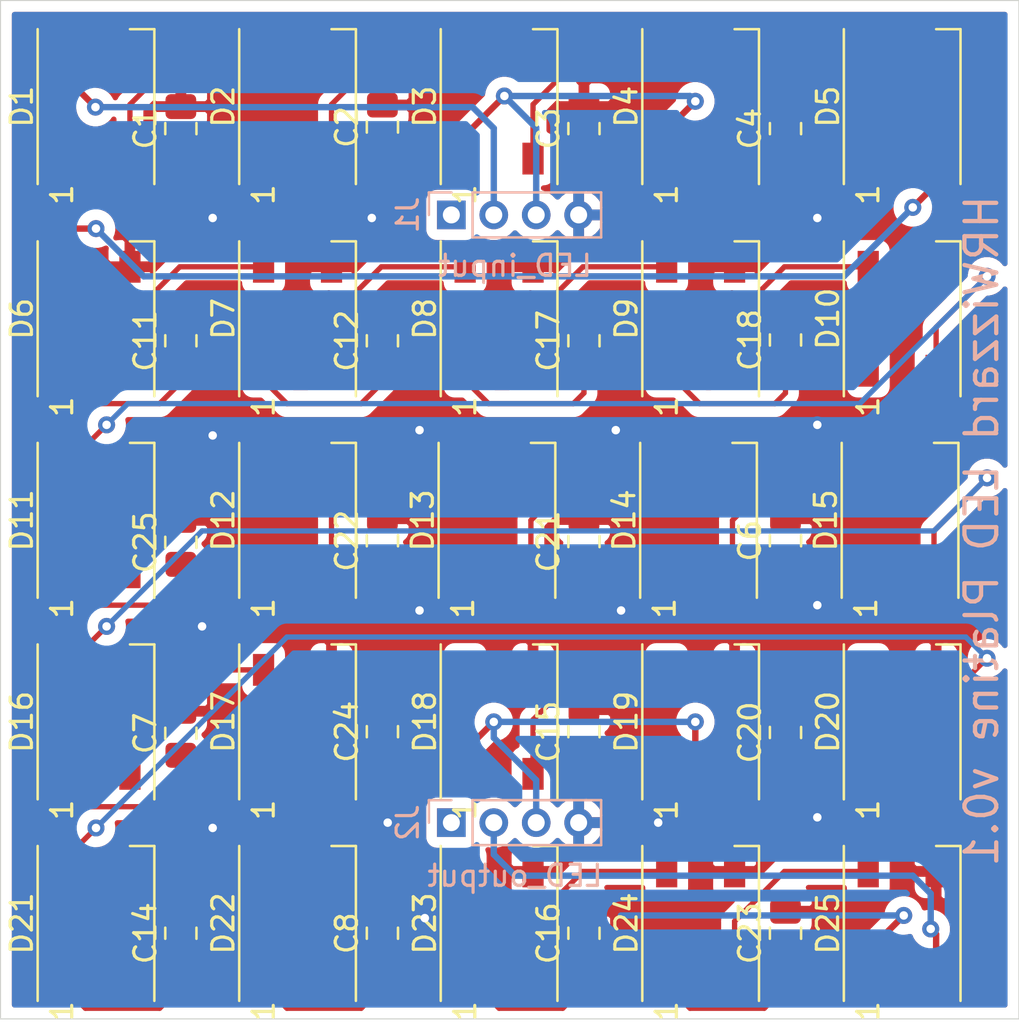
<source format=kicad_pcb>
(kicad_pcb (version 20171130) (host pcbnew "(5.1.10)-1")
  (layers (0 F.Cu signal) (31 B.Cu signal) (34 B.Paste user) (35 F.Paste user) (36 B.SilkS user) (37 F.SilkS user) (38 B.Mask user) (39 F.Mask user) (44 Edge.Cuts user))
  (net 0 "")
  (net 1 GND)
  (net 2 +5V)
  (net 3 "Net-(D1-Pad2)")
  (net 4 DATA_LED)
  (net 5 "Net-(D2-Pad2)")
  (net 6 "Net-(D3-Pad2)")
  (net 7 "Net-(D4-Pad2)")
  (net 8 "Net-(D5-Pad2)")
  (net 9 "Net-(D6-Pad2)")
  (net 10 "Net-(D7-Pad2)")
  (net 11 "Net-(D8-Pad2)")
  (net 12 "Net-(D10-Pad4)")
  (net 13 "Net-(D10-Pad2)")
  (net 14 "Net-(D11-Pad2)")
  (net 15 "Net-(D12-Pad2)")
  (net 16 "Net-(D13-Pad2)")
  (net 17 "Net-(D14-Pad2)")
  (net 18 "Net-(D15-Pad2)")
  (net 19 "Net-(D16-Pad2)")
  (net 20 "Net-(D20-Pad2)")
  (net 21 "Net-(D24-Pad2)")
  (net 22 "Net-(D17-Pad2)")
  (net 23 "Net-(D18-Pad2)")
  (net 24 "Net-(D19-Pad2)")
  (net 25 "Net-(D21-Pad2)")
  (net 26 "Net-(D22-Pad2)")
  (net 27 "Net-(D23-Pad2)")
  (net 28 "Net-(D25-Pad2)")
  (module Connector_PinHeader_2.00mm:PinHeader_1x04_P2.00mm_Vertical (layer B.Cu) (at 134.25 106.75 270)
    (fp_text reference J2 (at 0 2.06 90) (layer B.SilkS) (effects (justify mirror)))
    (fp_text value Conn_01x04_Male)
    (pad 4 thru_hole oval (at 0 -6 270) (size 1.35 1.35) (drill 0.8) (layers *.Cu *.Mask) (net 1 GND))
    (pad 3 thru_hole oval (at 0 -4 270) (size 1.35 1.35) (drill 0.8) (layers *.Cu *.Mask) (net 2 +5V))
    (pad 2 thru_hole oval (at 0 -2 270) (size 1.35 1.35) (drill 0.8) (layers *.Cu *.Mask) (net 28 "Net-(D25-Pad2)"))
    (pad 1 thru_hole rect (at 0 0 270) (size 1.35 1.35) (drill 0.8) (layers *.Cu *.Mask))
  )
  (module Connector_PinHeader_2.00mm:PinHeader_1x04_P2.00mm_Vertical (layer B.Cu) (at 134.25 78.105 270)
    (fp_text reference J1 (at 0 2.06 90) (layer B.SilkS) (effects (justify mirror)))
    (fp_text value Conn_01x04_Male)
    (pad 4 thru_hole oval (at 0 -6 270) (size 1.35 1.35) (drill 0.8) (layers *.Cu *.Mask) (net 1 GND))
    (pad 3 thru_hole oval (at 0 -4 270) (size 1.35 1.35) (drill 0.8) (layers *.Cu *.Mask) (net 2 +5V))
    (pad 2 thru_hole oval (at 0 -2 270) (size 1.35 1.35) (drill 0.8) (layers *.Cu *.Mask) (net 4 DATA_LED))
    (pad 1 thru_hole rect (at 0 0 270) (size 1.35 1.35) (drill 0.8) (layers *.Cu *.Mask))
  )
  (module LED_SMD:LED_WS2812B_PLCC4_5.0x5.0mm_P3.2mm (layer F.Cu) (at 146 111.5 90)
    (fp_text reference D24 (at 0 -3.5 90) (layer F.SilkS))
    (fp_text value WS2812B)
    (fp_text user 1 (at -4.15 -1.6 90) (layer F.SilkS))
    (pad 1 smd rect (at -2.45 -1.6 90) (size 1.5 1) (layers F.Cu F.Paste F.Mask) (net 2 +5V))
    (pad 2 smd rect (at -2.45 1.6 90) (size 1.5 1) (layers F.Cu F.Paste F.Mask) (net 21 "Net-(D24-Pad2)"))
    (pad 4 smd rect (at 2.45 -1.6 90) (size 1.5 1) (layers F.Cu F.Paste F.Mask) (net 27 "Net-(D23-Pad2)"))
    (pad 3 smd rect (at 2.45 1.6 90) (size 1.5 1) (layers F.Cu F.Paste F.Mask) (net 1 GND))
  )
  (module LED_SMD:LED_WS2812B_PLCC4_5.0x5.0mm_P3.2mm (layer F.Cu) (at 136.5 111.5 90)
    (fp_text reference D23 (at 0 -3.5 90) (layer F.SilkS))
    (fp_text value WS2812B)
    (fp_text user 1 (at -4.15 -1.6 90) (layer F.SilkS))
    (pad 1 smd rect (at -2.45 -1.6 90) (size 1.5 1) (layers F.Cu F.Paste F.Mask) (net 2 +5V))
    (pad 2 smd rect (at -2.45 1.6 90) (size 1.5 1) (layers F.Cu F.Paste F.Mask) (net 27 "Net-(D23-Pad2)"))
    (pad 4 smd rect (at 2.45 -1.6 90) (size 1.5 1) (layers F.Cu F.Paste F.Mask) (net 26 "Net-(D22-Pad2)"))
    (pad 3 smd rect (at 2.45 1.6 90) (size 1.5 1) (layers F.Cu F.Paste F.Mask) (net 1 GND))
  )
  (module LED_SMD:LED_WS2812B_PLCC4_5.0x5.0mm_P3.2mm (layer F.Cu) (at 127 111.5 90)
    (fp_text reference D22 (at 0 -3.5 90) (layer F.SilkS))
    (fp_text value WS2812B)
    (fp_text user 1 (at -4.15 -1.6 90) (layer F.SilkS))
    (pad 1 smd rect (at -2.45 -1.6 90) (size 1.5 1) (layers F.Cu F.Paste F.Mask) (net 2 +5V))
    (pad 2 smd rect (at -2.45 1.6 90) (size 1.5 1) (layers F.Cu F.Paste F.Mask) (net 26 "Net-(D22-Pad2)"))
    (pad 4 smd rect (at 2.45 -1.6 90) (size 1.5 1) (layers F.Cu F.Paste F.Mask) (net 25 "Net-(D21-Pad2)"))
    (pad 3 smd rect (at 2.45 1.6 90) (size 1.5 1) (layers F.Cu F.Paste F.Mask) (net 1 GND))
  )
  (module LED_SMD:LED_WS2812B_PLCC4_5.0x5.0mm_P3.2mm (layer F.Cu) (at 117.5 111.5 90)
    (fp_text reference D21 (at 0 -3.5 90) (layer F.SilkS))
    (fp_text value WS2812B)
    (fp_text user 1 (at -4.15 -1.6 90) (layer F.SilkS))
    (pad 1 smd rect (at -2.45 -1.6 90) (size 1.5 1) (layers F.Cu F.Paste F.Mask) (net 2 +5V))
    (pad 2 smd rect (at -2.45 1.6 90) (size 1.5 1) (layers F.Cu F.Paste F.Mask) (net 25 "Net-(D21-Pad2)"))
    (pad 4 smd rect (at 2.45 -1.6 90) (size 1.5 1) (layers F.Cu F.Paste F.Mask) (net 20 "Net-(D20-Pad2)"))
    (pad 3 smd rect (at 2.45 1.6 90) (size 1.5 1) (layers F.Cu F.Paste F.Mask) (net 1 GND))
  )
  (module LED_SMD:LED_WS2812B_PLCC4_5.0x5.0mm_P3.2mm (layer F.Cu) (at 117.5 102 90)
    (fp_text reference D16 (at 0 -3.5 90) (layer F.SilkS))
    (fp_text value WS2812B)
    (fp_text user 1 (at -4.15 -1.6 90) (layer F.SilkS))
    (pad 1 smd rect (at -2.45 -1.6 90) (size 1.5 1) (layers F.Cu F.Paste F.Mask) (net 2 +5V))
    (pad 2 smd rect (at -2.45 1.6 90) (size 1.5 1) (layers F.Cu F.Paste F.Mask) (net 19 "Net-(D16-Pad2)"))
    (pad 4 smd rect (at 2.45 -1.6 90) (size 1.5 1) (layers F.Cu F.Paste F.Mask) (net 18 "Net-(D15-Pad2)"))
    (pad 3 smd rect (at 2.45 1.6 90) (size 1.5 1) (layers F.Cu F.Paste F.Mask) (net 1 GND))
  )
  (module LED_SMD:LED_WS2812B_PLCC4_5.0x5.0mm_P3.2mm (layer F.Cu) (at 155.4 92.5 90)
    (fp_text reference D15 (at 0 -3.5 90) (layer F.SilkS))
    (fp_text value WS2812B)
    (fp_text user 1 (at -4.15 -1.6 90) (layer F.SilkS))
    (pad 1 smd rect (at -2.45 -1.6 90) (size 1.5 1) (layers F.Cu F.Paste F.Mask) (net 2 +5V))
    (pad 2 smd rect (at -2.45 1.6 90) (size 1.5 1) (layers F.Cu F.Paste F.Mask) (net 18 "Net-(D15-Pad2)"))
    (pad 4 smd rect (at 2.45 -1.6 90) (size 1.5 1) (layers F.Cu F.Paste F.Mask) (net 17 "Net-(D14-Pad2)"))
    (pad 3 smd rect (at 2.45 1.6 90) (size 1.5 1) (layers F.Cu F.Paste F.Mask) (net 1 GND))
  )
  (module LED_SMD:LED_WS2812B_PLCC4_5.0x5.0mm_P3.2mm (layer F.Cu) (at 145.9 92.5 90)
    (fp_text reference D14 (at 0 -3.5 90) (layer F.SilkS))
    (fp_text value WS2812B)
    (fp_text user 1 (at -4.15 -1.6 90) (layer F.SilkS))
    (pad 1 smd rect (at -2.45 -1.6 90) (size 1.5 1) (layers F.Cu F.Paste F.Mask) (net 2 +5V))
    (pad 2 smd rect (at -2.45 1.6 90) (size 1.5 1) (layers F.Cu F.Paste F.Mask) (net 17 "Net-(D14-Pad2)"))
    (pad 4 smd rect (at 2.45 -1.6 90) (size 1.5 1) (layers F.Cu F.Paste F.Mask) (net 16 "Net-(D13-Pad2)"))
    (pad 3 smd rect (at 2.45 1.6 90) (size 1.5 1) (layers F.Cu F.Paste F.Mask) (net 1 GND))
  )
  (module LED_SMD:LED_WS2812B_PLCC4_5.0x5.0mm_P3.2mm (layer F.Cu) (at 136.4 92.5 90)
    (fp_text reference D13 (at 0 -3.5 90) (layer F.SilkS))
    (fp_text value WS2812B)
    (fp_text user 1 (at -4.15 -1.6 90) (layer F.SilkS))
    (pad 1 smd rect (at -2.45 -1.6 90) (size 1.5 1) (layers F.Cu F.Paste F.Mask) (net 2 +5V))
    (pad 2 smd rect (at -2.45 1.6 90) (size 1.5 1) (layers F.Cu F.Paste F.Mask) (net 16 "Net-(D13-Pad2)"))
    (pad 4 smd rect (at 2.45 -1.6 90) (size 1.5 1) (layers F.Cu F.Paste F.Mask) (net 15 "Net-(D12-Pad2)"))
    (pad 3 smd rect (at 2.45 1.6 90) (size 1.5 1) (layers F.Cu F.Paste F.Mask) (net 1 GND))
  )
  (module LED_SMD:LED_WS2812B_PLCC4_5.0x5.0mm_P3.2mm (layer F.Cu) (at 136.5 83 90)
    (fp_text reference D8 (at 0 -3.5 90) (layer F.SilkS))
    (fp_text value WS2812B)
    (fp_text user 1 (at -4.15 -1.6 90) (layer F.SilkS))
    (pad 1 smd rect (at -2.45 -1.6 90) (size 1.5 1) (layers F.Cu F.Paste F.Mask) (net 2 +5V))
    (pad 2 smd rect (at -2.45 1.6 90) (size 1.5 1) (layers F.Cu F.Paste F.Mask) (net 11 "Net-(D8-Pad2)"))
    (pad 4 smd rect (at 2.45 -1.6 90) (size 1.5 1) (layers F.Cu F.Paste F.Mask) (net 10 "Net-(D7-Pad2)"))
    (pad 3 smd rect (at 2.45 1.6 90) (size 1.5 1) (layers F.Cu F.Paste F.Mask) (net 1 GND))
  )
  (module LED_SMD:LED_WS2812B_PLCC4_5.0x5.0mm_P3.2mm (layer F.Cu) (at 127 83 90)
    (fp_text reference D7 (at 0 -3.5 90) (layer F.SilkS))
    (fp_text value WS2812B)
    (fp_text user 1 (at -4.15 -1.6 90) (layer F.SilkS))
    (pad 1 smd rect (at -2.45 -1.6 90) (size 1.5 1) (layers F.Cu F.Paste F.Mask) (net 2 +5V))
    (pad 2 smd rect (at -2.45 1.6 90) (size 1.5 1) (layers F.Cu F.Paste F.Mask) (net 10 "Net-(D7-Pad2)"))
    (pad 4 smd rect (at 2.45 -1.6 90) (size 1.5 1) (layers F.Cu F.Paste F.Mask) (net 9 "Net-(D6-Pad2)"))
    (pad 3 smd rect (at 2.45 1.6 90) (size 1.5 1) (layers F.Cu F.Paste F.Mask) (net 1 GND))
  )
  (module LED_SMD:LED_WS2812B_PLCC4_5.0x5.0mm_P3.2mm (layer F.Cu) (at 117.5 83 90)
    (fp_text reference D6 (at 0 -3.5 90) (layer F.SilkS))
    (fp_text value WS2812B)
    (fp_text user 1 (at -4.15 -1.6 90) (layer F.SilkS))
    (pad 1 smd rect (at -2.45 -1.6 90) (size 1.5 1) (layers F.Cu F.Paste F.Mask) (net 2 +5V))
    (pad 2 smd rect (at -2.45 1.6 90) (size 1.5 1) (layers F.Cu F.Paste F.Mask) (net 9 "Net-(D6-Pad2)"))
    (pad 4 smd rect (at 2.45 -1.6 90) (size 1.5 1) (layers F.Cu F.Paste F.Mask) (net 8 "Net-(D5-Pad2)"))
    (pad 3 smd rect (at 2.45 1.6 90) (size 1.5 1) (layers F.Cu F.Paste F.Mask) (net 1 GND))
  )
  (module LED_SMD:LED_WS2812B_PLCC4_5.0x5.0mm_P3.2mm (layer F.Cu) (at 155.5 73 90)
    (fp_text reference D5 (at 0 -3.5 90) (layer F.SilkS))
    (fp_text value WS2812B)
    (fp_text user 1 (at -4.15 -1.6 90) (layer F.SilkS))
    (pad 1 smd rect (at -2.45 -1.6 90) (size 1.5 1) (layers F.Cu F.Paste F.Mask) (net 2 +5V))
    (pad 2 smd rect (at -2.45 1.6 90) (size 1.5 1) (layers F.Cu F.Paste F.Mask) (net 8 "Net-(D5-Pad2)"))
    (pad 4 smd rect (at 2.45 -1.6 90) (size 1.5 1) (layers F.Cu F.Paste F.Mask) (net 7 "Net-(D4-Pad2)"))
    (pad 3 smd rect (at 2.45 1.6 90) (size 1.5 1) (layers F.Cu F.Paste F.Mask) (net 1 GND))
  )
  (module Capacitor_SMD:C_0805_2012Metric_Pad1.18x1.45mm_HandSolder (layer F.Cu) (at 131 102.4625 90)
    (fp_text reference C24 (at 0 -1.68 90) (layer F.SilkS))
    (fp_text value 100n)
    (pad 2 smd roundrect (at 1.0375 0 90) (size 1.175 1.45) (layers F.Cu F.Paste F.Mask) (roundrect_rratio 0.2127659574468085) (net 1 GND))
    (pad 1 smd roundrect (at -1.0375 0 90) (size 1.175 1.45) (layers F.Cu F.Paste F.Mask) (roundrect_rratio 0.2127659574468085) (net 2 +5V))
  )
  (module Capacitor_SMD:C_0805_2012Metric_Pad1.18x1.45mm_HandSolder (layer F.Cu) (at 150 111.9625 90)
    (fp_text reference C23 (at 0 -1.68 90) (layer F.SilkS))
    (fp_text value 100n)
    (pad 2 smd roundrect (at 1.0375 0 90) (size 1.175 1.45) (layers F.Cu F.Paste F.Mask) (roundrect_rratio 0.2127659574468085) (net 1 GND))
    (pad 1 smd roundrect (at -1.0375 0 90) (size 1.175 1.45) (layers F.Cu F.Paste F.Mask) (roundrect_rratio 0.2127659574468085) (net 2 +5V))
  )
  (module Capacitor_SMD:C_0805_2012Metric_Pad1.18x1.45mm_HandSolder (layer F.Cu) (at 131 93.4625 90)
    (fp_text reference C22 (at 0 -1.68 90) (layer F.SilkS))
    (fp_text value 100n)
    (pad 2 smd roundrect (at 1.0375 0 90) (size 1.175 1.45) (layers F.Cu F.Paste F.Mask) (roundrect_rratio 0.2127659574468085) (net 1 GND))
    (pad 1 smd roundrect (at -1.0375 0 90) (size 1.175 1.45) (layers F.Cu F.Paste F.Mask) (roundrect_rratio 0.2127659574468085) (net 2 +5V))
  )
  (module Capacitor_SMD:C_0805_2012Metric_Pad1.18x1.45mm_HandSolder (layer F.Cu) (at 140.5 93.5 90)
    (fp_text reference C21 (at 0 -1.68 90) (layer F.SilkS))
    (fp_text value 100n)
    (pad 2 smd roundrect (at 1.0375 0 90) (size 1.175 1.45) (layers F.Cu F.Paste F.Mask) (roundrect_rratio 0.2127659574468085) (net 1 GND))
    (pad 1 smd roundrect (at -1.0375 0 90) (size 1.175 1.45) (layers F.Cu F.Paste F.Mask) (roundrect_rratio 0.2127659574468085) (net 2 +5V))
  )
  (module Capacitor_SMD:C_0805_2012Metric_Pad1.18x1.45mm_HandSolder (layer F.Cu) (at 140.5 111.9625 90)
    (fp_text reference C16 (at 0 -1.68 90) (layer F.SilkS))
    (fp_text value 100n)
    (pad 2 smd roundrect (at 1.0375 0 90) (size 1.175 1.45) (layers F.Cu F.Paste F.Mask) (roundrect_rratio 0.2127659574468085) (net 1 GND))
    (pad 1 smd roundrect (at -1.0375 0 90) (size 1.175 1.45) (layers F.Cu F.Paste F.Mask) (roundrect_rratio 0.2127659574468085) (net 2 +5V))
  )
  (module Capacitor_SMD:C_0805_2012Metric_Pad1.18x1.45mm_HandSolder (layer F.Cu) (at 140.5 102.4625 90)
    (fp_text reference C15 (at 0 -1.68 90) (layer F.SilkS))
    (fp_text value 100n)
    (pad 2 smd roundrect (at 1.0375 0 90) (size 1.175 1.45) (layers F.Cu F.Paste F.Mask) (roundrect_rratio 0.2127659574468085) (net 1 GND))
    (pad 1 smd roundrect (at -1.0375 0 90) (size 1.175 1.45) (layers F.Cu F.Paste F.Mask) (roundrect_rratio 0.2127659574468085) (net 2 +5V))
  )
  (module Capacitor_SMD:C_0805_2012Metric_Pad1.18x1.45mm_HandSolder (layer F.Cu) (at 121.5 111.9625 90)
    (fp_text reference C14 (at 0 -1.68 90) (layer F.SilkS))
    (fp_text value 100n)
    (pad 2 smd roundrect (at 1.0375 0 90) (size 1.175 1.45) (layers F.Cu F.Paste F.Mask) (roundrect_rratio 0.2127659574468085) (net 1 GND))
    (pad 1 smd roundrect (at -1.0375 0 90) (size 1.175 1.45) (layers F.Cu F.Paste F.Mask) (roundrect_rratio 0.2127659574468085) (net 2 +5V))
  )
  (module Capacitor_SMD:C_0805_2012Metric_Pad1.18x1.45mm_HandSolder (layer F.Cu) (at 131 111.9625 90)
    (fp_text reference C8 (at 0 -1.68 90) (layer F.SilkS))
    (fp_text value 100n)
    (pad 2 smd roundrect (at 1.0375 0 90) (size 1.175 1.45) (layers F.Cu F.Paste F.Mask) (roundrect_rratio 0.2127659574468085) (net 1 GND))
    (pad 1 smd roundrect (at -1.0375 0 90) (size 1.175 1.45) (layers F.Cu F.Paste F.Mask) (roundrect_rratio 0.2127659574468085) (net 2 +5V))
  )
  (module Capacitor_SMD:C_0805_2012Metric_Pad1.18x1.45mm_HandSolder (layer F.Cu) (at 121.5 102.5375 90)
    (fp_text reference C7 (at 0 -1.68 90) (layer F.SilkS))
    (fp_text value 100n)
    (pad 2 smd roundrect (at 1.0375 0 90) (size 1.175 1.45) (layers F.Cu F.Paste F.Mask) (roundrect_rratio 0.2127659574468085) (net 1 GND))
    (pad 1 smd roundrect (at -1.0375 0 90) (size 1.175 1.45) (layers F.Cu F.Paste F.Mask) (roundrect_rratio 0.2127659574468085) (net 2 +5V))
  )
  (module Capacitor_SMD:C_0805_2012Metric_Pad1.18x1.45mm_HandSolder (layer F.Cu) (at 150 93.4625 90)
    (fp_text reference C6 (at 0 -1.68 90) (layer F.SilkS))
    (fp_text value 100n)
    (pad 2 smd roundrect (at 1.0375 0 90) (size 1.175 1.45) (layers F.Cu F.Paste F.Mask) (roundrect_rratio 0.2127659574468085) (net 1 GND))
    (pad 1 smd roundrect (at -1.0375 0 90) (size 1.175 1.45) (layers F.Cu F.Paste F.Mask) (roundrect_rratio 0.2127659574468085) (net 2 +5V))
  )
  (module LED_SMD:LED_WS2812B_PLCC4_5.0x5.0mm_P3.2mm (layer F.Cu) (at 136.5 73 90)
    (fp_text reference D3 (at 0 -3.5 90) (layer F.SilkS))
    (fp_text value WS2812B)
    (fp_text user 1 (at -4.15 -1.6 90) (layer F.SilkS))
    (pad 1 smd rect (at -2.45 -1.6 90) (size 1.5 1) (layers F.Cu F.Paste F.Mask) (net 2 +5V))
    (pad 2 smd rect (at -2.45 1.6 90) (size 1.5 1) (layers F.Cu F.Paste F.Mask) (net 6 "Net-(D3-Pad2)"))
    (pad 4 smd rect (at 2.45 -1.6 90) (size 1.5 1) (layers F.Cu F.Paste F.Mask) (net 5 "Net-(D2-Pad2)"))
    (pad 3 smd rect (at 2.45 1.6 90) (size 1.5 1) (layers F.Cu F.Paste F.Mask) (net 1 GND))
  )
  (module LED_SMD:LED_WS2812B_PLCC4_5.0x5.0mm_P3.2mm (layer F.Cu) (at 155.5 111.5 90)
    (fp_text reference D25 (at 0 -3.5 90) (layer F.SilkS))
    (fp_text value WS2812B)
    (fp_text user 1 (at -4.15 -1.6 90) (layer F.SilkS))
    (pad 1 smd rect (at -2.45 -1.6 90) (size 1.5 1) (layers F.Cu F.Paste F.Mask) (net 2 +5V))
    (pad 2 smd rect (at -2.45 1.6 90) (size 1.5 1) (layers F.Cu F.Paste F.Mask) (net 28 "Net-(D25-Pad2)"))
    (pad 4 smd rect (at 2.45 -1.6 90) (size 1.5 1) (layers F.Cu F.Paste F.Mask) (net 21 "Net-(D24-Pad2)"))
    (pad 3 smd rect (at 2.45 1.6 90) (size 1.5 1) (layers F.Cu F.Paste F.Mask) (net 1 GND))
  )
  (module LED_SMD:LED_WS2812B_PLCC4_5.0x5.0mm_P3.2mm (layer F.Cu) (at 155.5 102 90)
    (fp_text reference D20 (at 0 -3.5 90) (layer F.SilkS))
    (fp_text value WS2812B)
    (fp_text user 1 (at -4.15 -1.6 90) (layer F.SilkS))
    (pad 1 smd rect (at -2.45 -1.6 90) (size 1.5 1) (layers F.Cu F.Paste F.Mask) (net 2 +5V))
    (pad 2 smd rect (at -2.45 1.6 90) (size 1.5 1) (layers F.Cu F.Paste F.Mask) (net 20 "Net-(D20-Pad2)"))
    (pad 4 smd rect (at 2.45 -1.6 90) (size 1.5 1) (layers F.Cu F.Paste F.Mask) (net 24 "Net-(D19-Pad2)"))
    (pad 3 smd rect (at 2.45 1.6 90) (size 1.5 1) (layers F.Cu F.Paste F.Mask) (net 1 GND))
  )
  (module LED_SMD:LED_WS2812B_PLCC4_5.0x5.0mm_P3.2mm (layer F.Cu) (at 146 102 90)
    (fp_text reference D19 (at 0 -3.5 90) (layer F.SilkS))
    (fp_text value WS2812B)
    (fp_text user 1 (at -4.15 -1.6 90) (layer F.SilkS))
    (pad 1 smd rect (at -2.45 -1.6 90) (size 1.5 1) (layers F.Cu F.Paste F.Mask) (net 2 +5V))
    (pad 2 smd rect (at -2.45 1.6 90) (size 1.5 1) (layers F.Cu F.Paste F.Mask) (net 24 "Net-(D19-Pad2)"))
    (pad 4 smd rect (at 2.45 -1.6 90) (size 1.5 1) (layers F.Cu F.Paste F.Mask) (net 23 "Net-(D18-Pad2)"))
    (pad 3 smd rect (at 2.45 1.6 90) (size 1.5 1) (layers F.Cu F.Paste F.Mask) (net 1 GND))
  )
  (module LED_SMD:LED_WS2812B_PLCC4_5.0x5.0mm_P3.2mm (layer F.Cu) (at 136.5 102 90)
    (fp_text reference D18 (at 0 -3.5 90) (layer F.SilkS))
    (fp_text value WS2812B)
    (fp_text user 1 (at -4.15 -1.6 90) (layer F.SilkS))
    (pad 1 smd rect (at -2.45 -1.6 90) (size 1.5 1) (layers F.Cu F.Paste F.Mask) (net 2 +5V))
    (pad 2 smd rect (at -2.45 1.6 90) (size 1.5 1) (layers F.Cu F.Paste F.Mask) (net 23 "Net-(D18-Pad2)"))
    (pad 4 smd rect (at 2.45 -1.6 90) (size 1.5 1) (layers F.Cu F.Paste F.Mask) (net 22 "Net-(D17-Pad2)"))
    (pad 3 smd rect (at 2.45 1.6 90) (size 1.5 1) (layers F.Cu F.Paste F.Mask) (net 1 GND))
  )
  (module LED_SMD:LED_WS2812B_PLCC4_5.0x5.0mm_P3.2mm (layer F.Cu) (at 127 102 90)
    (fp_text reference D17 (at 0 -3.5 90) (layer F.SilkS))
    (fp_text value WS2812B)
    (fp_text user 1 (at -4.15 -1.6 90) (layer F.SilkS))
    (pad 1 smd rect (at -2.45 -1.6 90) (size 1.5 1) (layers F.Cu F.Paste F.Mask) (net 2 +5V))
    (pad 2 smd rect (at -2.45 1.6 90) (size 1.5 1) (layers F.Cu F.Paste F.Mask) (net 22 "Net-(D17-Pad2)"))
    (pad 4 smd rect (at 2.45 -1.6 90) (size 1.5 1) (layers F.Cu F.Paste F.Mask) (net 19 "Net-(D16-Pad2)"))
    (pad 3 smd rect (at 2.45 1.6 90) (size 1.5 1) (layers F.Cu F.Paste F.Mask) (net 1 GND))
  )
  (module LED_SMD:LED_WS2812B_PLCC4_5.0x5.0mm_P3.2mm (layer F.Cu) (at 127 92.5 90)
    (fp_text reference D12 (at 0 -3.5 90) (layer F.SilkS))
    (fp_text value WS2812B)
    (fp_text user 1 (at -4.15 -1.6 90) (layer F.SilkS))
    (pad 1 smd rect (at -2.45 -1.6 90) (size 1.5 1) (layers F.Cu F.Paste F.Mask) (net 2 +5V))
    (pad 2 smd rect (at -2.45 1.6 90) (size 1.5 1) (layers F.Cu F.Paste F.Mask) (net 15 "Net-(D12-Pad2)"))
    (pad 4 smd rect (at 2.45 -1.6 90) (size 1.5 1) (layers F.Cu F.Paste F.Mask) (net 14 "Net-(D11-Pad2)"))
    (pad 3 smd rect (at 2.45 1.6 90) (size 1.5 1) (layers F.Cu F.Paste F.Mask) (net 1 GND))
  )
  (module LED_SMD:LED_WS2812B_PLCC4_5.0x5.0mm_P3.2mm (layer F.Cu) (at 117.5 92.5 90)
    (fp_text reference D11 (at 0 -3.5 90) (layer F.SilkS))
    (fp_text value WS2812B)
    (fp_text user 1 (at -4.15 -1.6 90) (layer F.SilkS))
    (pad 1 smd rect (at -2.45 -1.6 90) (size 1.5 1) (layers F.Cu F.Paste F.Mask) (net 2 +5V))
    (pad 2 smd rect (at -2.45 1.6 90) (size 1.5 1) (layers F.Cu F.Paste F.Mask) (net 14 "Net-(D11-Pad2)"))
    (pad 4 smd rect (at 2.45 -1.6 90) (size 1.5 1) (layers F.Cu F.Paste F.Mask) (net 13 "Net-(D10-Pad2)"))
    (pad 3 smd rect (at 2.45 1.6 90) (size 1.5 1) (layers F.Cu F.Paste F.Mask) (net 1 GND))
  )
  (module LED_SMD:LED_WS2812B_PLCC4_5.0x5.0mm_P3.2mm (layer F.Cu) (at 155.5 83 90)
    (fp_text reference D10 (at 0 -3.5 90) (layer F.SilkS))
    (fp_text value WS2812B)
    (fp_text user 1 (at -4.15 -1.6 90) (layer F.SilkS))
    (pad 1 smd rect (at -2.45 -1.6 90) (size 1.5 1) (layers F.Cu F.Paste F.Mask) (net 2 +5V))
    (pad 2 smd rect (at -2.45 1.6 90) (size 1.5 1) (layers F.Cu F.Paste F.Mask) (net 13 "Net-(D10-Pad2)"))
    (pad 4 smd rect (at 2.45 -1.6 90) (size 1.5 1) (layers F.Cu F.Paste F.Mask) (net 12 "Net-(D10-Pad4)"))
    (pad 3 smd rect (at 2.45 1.6 90) (size 1.5 1) (layers F.Cu F.Paste F.Mask) (net 1 GND))
  )
  (module LED_SMD:LED_WS2812B_PLCC4_5.0x5.0mm_P3.2mm (layer F.Cu) (at 146 83 90)
    (fp_text reference D9 (at 0 -3.5 90) (layer F.SilkS))
    (fp_text value WS2812B)
    (fp_text user 1 (at -4.15 -1.6 90) (layer F.SilkS))
    (pad 1 smd rect (at -2.45 -1.6 90) (size 1.5 1) (layers F.Cu F.Paste F.Mask) (net 2 +5V))
    (pad 2 smd rect (at -2.45 1.6 90) (size 1.5 1) (layers F.Cu F.Paste F.Mask) (net 12 "Net-(D10-Pad4)"))
    (pad 4 smd rect (at 2.45 -1.6 90) (size 1.5 1) (layers F.Cu F.Paste F.Mask) (net 11 "Net-(D8-Pad2)"))
    (pad 3 smd rect (at 2.45 1.6 90) (size 1.5 1) (layers F.Cu F.Paste F.Mask) (net 1 GND))
  )
  (module LED_SMD:LED_WS2812B_PLCC4_5.0x5.0mm_P3.2mm (layer F.Cu) (at 146 73 90)
    (fp_text reference D4 (at 0 -3.5 90) (layer F.SilkS))
    (fp_text value WS2812B)
    (fp_text user 1 (at -4.15 -1.6 90) (layer F.SilkS))
    (pad 1 smd rect (at -2.45 -1.6 90) (size 1.5 1) (layers F.Cu F.Paste F.Mask) (net 2 +5V))
    (pad 2 smd rect (at -2.45 1.6 90) (size 1.5 1) (layers F.Cu F.Paste F.Mask) (net 7 "Net-(D4-Pad2)"))
    (pad 4 smd rect (at 2.45 -1.6 90) (size 1.5 1) (layers F.Cu F.Paste F.Mask) (net 6 "Net-(D3-Pad2)"))
    (pad 3 smd rect (at 2.45 1.6 90) (size 1.5 1) (layers F.Cu F.Paste F.Mask) (net 1 GND))
  )
  (module LED_SMD:LED_WS2812B_PLCC4_5.0x5.0mm_P3.2mm (layer F.Cu) (at 127 73 90)
    (fp_text reference D2 (at 0 -3.5 90) (layer F.SilkS))
    (fp_text value WS2812B)
    (fp_text user 1 (at -4.15 -1.6 90) (layer F.SilkS))
    (pad 1 smd rect (at -2.45 -1.6 90) (size 1.5 1) (layers F.Cu F.Paste F.Mask) (net 2 +5V))
    (pad 2 smd rect (at -2.45 1.6 90) (size 1.5 1) (layers F.Cu F.Paste F.Mask) (net 5 "Net-(D2-Pad2)"))
    (pad 4 smd rect (at 2.45 -1.6 90) (size 1.5 1) (layers F.Cu F.Paste F.Mask) (net 3 "Net-(D1-Pad2)"))
    (pad 3 smd rect (at 2.45 1.6 90) (size 1.5 1) (layers F.Cu F.Paste F.Mask) (net 1 GND))
  )
  (module LED_SMD:LED_WS2812B_PLCC4_5.0x5.0mm_P3.2mm (layer F.Cu) (at 117.5 73 90)
    (fp_text reference D1 (at 0 -3.5 90) (layer F.SilkS))
    (fp_text value WS2812B)
    (fp_text user 1 (at -4.15 -1.6 90) (layer F.SilkS))
    (pad 1 smd rect (at -2.45 -1.6 90) (size 1.5 1) (layers F.Cu F.Paste F.Mask) (net 2 +5V))
    (pad 2 smd rect (at -2.45 1.6 90) (size 1.5 1) (layers F.Cu F.Paste F.Mask) (net 3 "Net-(D1-Pad2)"))
    (pad 4 smd rect (at 2.45 -1.6 90) (size 1.5 1) (layers F.Cu F.Paste F.Mask) (net 4 DATA_LED))
    (pad 3 smd rect (at 2.45 1.6 90) (size 1.5 1) (layers F.Cu F.Paste F.Mask) (net 1 GND))
  )
  (module Capacitor_SMD:C_0805_2012Metric_Pad1.18x1.45mm_HandSolder (layer F.Cu) (at 121.5 93.5375 90)
    (fp_text reference C25 (at 0 -1.68 90) (layer F.SilkS))
    (fp_text value 100n)
    (pad 2 smd roundrect (at 1.0375 0 90) (size 1.175 1.45) (layers F.Cu F.Paste F.Mask) (roundrect_rratio 0.2127659574468085) (net 1 GND))
    (pad 1 smd roundrect (at -1.0375 0 90) (size 1.175 1.45) (layers F.Cu F.Paste F.Mask) (roundrect_rratio 0.2127659574468085) (net 2 +5V))
  )
  (module Capacitor_SMD:C_0805_2012Metric_Pad1.18x1.45mm_HandSolder (layer F.Cu) (at 150 102.5 90)
    (fp_text reference C20 (at 0 -1.68 90) (layer F.SilkS))
    (fp_text value 100n)
    (pad 2 smd roundrect (at 1.0375 0 90) (size 1.175 1.45) (layers F.Cu F.Paste F.Mask) (roundrect_rratio 0.2127659574468085) (net 1 GND))
    (pad 1 smd roundrect (at -1.0375 0 90) (size 1.175 1.45) (layers F.Cu F.Paste F.Mask) (roundrect_rratio 0.2127659574468085) (net 2 +5V))
  )
  (module Capacitor_SMD:C_0805_2012Metric_Pad1.18x1.45mm_HandSolder (layer F.Cu) (at 150 84 90)
    (fp_text reference C18 (at 0 -1.68 90) (layer F.SilkS))
    (fp_text value 100n)
    (pad 2 smd roundrect (at 1.0375 0 90) (size 1.175 1.45) (layers F.Cu F.Paste F.Mask) (roundrect_rratio 0.2127659574468085) (net 1 GND))
    (pad 1 smd roundrect (at -1.0375 0 90) (size 1.175 1.45) (layers F.Cu F.Paste F.Mask) (roundrect_rratio 0.2127659574468085) (net 2 +5V))
  )
  (module Capacitor_SMD:C_0805_2012Metric_Pad1.18x1.45mm_HandSolder (layer F.Cu) (at 140.5 84.0375 90)
    (fp_text reference C17 (at 0 -1.68 90) (layer F.SilkS))
    (fp_text value 100n)
    (pad 2 smd roundrect (at 1.0375 0 90) (size 1.175 1.45) (layers F.Cu F.Paste F.Mask) (roundrect_rratio 0.2127659574468085) (net 1 GND))
    (pad 1 smd roundrect (at -1.0375 0 90) (size 1.175 1.45) (layers F.Cu F.Paste F.Mask) (roundrect_rratio 0.2127659574468085) (net 2 +5V))
  )
  (module Capacitor_SMD:C_0805_2012Metric_Pad1.18x1.45mm_HandSolder (layer F.Cu) (at 131 84.0375 90)
    (fp_text reference C12 (at 0 -1.68 90) (layer F.SilkS))
    (fp_text value 100n)
    (pad 2 smd roundrect (at 1.0375 0 90) (size 1.175 1.45) (layers F.Cu F.Paste F.Mask) (roundrect_rratio 0.2127659574468085) (net 1 GND))
    (pad 1 smd roundrect (at -1.0375 0 90) (size 1.175 1.45) (layers F.Cu F.Paste F.Mask) (roundrect_rratio 0.2127659574468085) (net 2 +5V))
  )
  (module Capacitor_SMD:C_0805_2012Metric_Pad1.18x1.45mm_HandSolder (layer F.Cu) (at 121.5 84.0375 90)
    (fp_text reference C11 (at 0 -1.68 90) (layer F.SilkS))
    (fp_text value 100n)
    (pad 2 smd roundrect (at 1.0375 0 90) (size 1.175 1.45) (layers F.Cu F.Paste F.Mask) (roundrect_rratio 0.2127659574468085) (net 1 GND))
    (pad 1 smd roundrect (at -1.0375 0 90) (size 1.175 1.45) (layers F.Cu F.Paste F.Mask) (roundrect_rratio 0.2127659574468085) (net 2 +5V))
  )
  (module Capacitor_SMD:C_0805_2012Metric_Pad1.18x1.45mm_HandSolder (layer F.Cu) (at 150 74.0375 90)
    (fp_text reference C4 (at 0 -1.68 90) (layer F.SilkS))
    (fp_text value 100n)
    (pad 2 smd roundrect (at 1.0375 0 90) (size 1.175 1.45) (layers F.Cu F.Paste F.Mask) (roundrect_rratio 0.2127659574468085) (net 1 GND))
    (pad 1 smd roundrect (at -1.0375 0 90) (size 1.175 1.45) (layers F.Cu F.Paste F.Mask) (roundrect_rratio 0.2127659574468085) (net 2 +5V))
  )
  (module Capacitor_SMD:C_0805_2012Metric_Pad1.18x1.45mm_HandSolder (layer F.Cu) (at 140.5 74.0375 90)
    (fp_text reference C3 (at 0 -1.68 90) (layer F.SilkS))
    (fp_text value 100n)
    (pad 2 smd roundrect (at 1.0375 0 90) (size 1.175 1.45) (layers F.Cu F.Paste F.Mask) (roundrect_rratio 0.2127659574468085) (net 1 GND))
    (pad 1 smd roundrect (at -1.0375 0 90) (size 1.175 1.45) (layers F.Cu F.Paste F.Mask) (roundrect_rratio 0.2127659574468085) (net 2 +5V))
  )
  (module Capacitor_SMD:C_0805_2012Metric_Pad1.18x1.45mm_HandSolder (layer F.Cu) (at 131 73.9625 90)
    (fp_text reference C2 (at 0 -1.68 90) (layer F.SilkS))
    (fp_text value 100n)
    (pad 2 smd roundrect (at 1.0375 0 90) (size 1.175 1.45) (layers F.Cu F.Paste F.Mask) (roundrect_rratio 0.2127659574468085) (net 1 GND))
    (pad 1 smd roundrect (at -1.0375 0 90) (size 1.175 1.45) (layers F.Cu F.Paste F.Mask) (roundrect_rratio 0.2127659574468085) (net 2 +5V))
  )
  (module Capacitor_SMD:C_0805_2012Metric_Pad1.18x1.45mm_HandSolder (layer F.Cu) (at 121.5 74.0375 90)
    (fp_text reference C1 (at 0 -1.68 90) (layer F.SilkS))
    (fp_text value 100n)
    (pad 2 smd roundrect (at 1.0375 0 90) (size 1.175 1.45) (layers F.Cu F.Paste F.Mask) (roundrect_rratio 0.2127659574468085) (net 1 GND))
    (pad 1 smd roundrect (at -1.0375 0 90) (size 1.175 1.45) (layers F.Cu F.Paste F.Mask) (roundrect_rratio 0.2127659574468085) (net 2 +5V))
  )
  (gr_text "HRWizzard LED Platine v0.1" (at 159.25 93 90) (layer B.SilkS) (effects (font (size 1.5 1.5) (thickness 0.2)) (justify mirror)))
  (gr_text LED_output (at 137.25 109.25) (layer B.SilkS) (effects (font (size 1 1)) (justify mirror)))
  (gr_text LED_input (at 137.25 80.5) (layer B.SilkS) (effects (font (size 1 1)) (justify mirror)))
  (gr_line (start 161 68) (end 161 116) (layer Edge.Cuts) (width 0.05))
  (gr_line (start 113 68) (end 161 68) (layer Edge.Cuts) (width 0.05))
  (gr_line (start 113 116) (end 113 68) (layer Edge.Cuts) (width 0.05))
  (gr_line (start 161 116) (end 113 116) (layer Edge.Cuts) (width 0.05))
  (via (at 122.5 97.5) (size 0.8) (drill 0.4) (layers F.Cu B.Cu) (net 1))
  (via (at 151.5 88) (size 0.8) (drill 0.4) (layers F.Cu B.Cu) (net 1))
  (via (at 151.5 106.5) (size 0.8) (drill 0.4) (layers F.Cu B.Cu) (net 1))
  (via (at 130.5 78.25) (size 0.8) (drill 0.4) (layers F.Cu B.Cu) (net 1))
  (via (at 142.25 96.75) (size 0.8) (drill 0.4) (layers F.Cu B.Cu) (net 1))
  (via (at 131.25 106.75) (size 0.8) (drill 0.4) (layers F.Cu B.Cu) (net 1))
  (segment (start 140.5 78.08) (end 140.525 78.105) (width 0.3) (layer F.Cu) (net 1))
  (via (at 151.5 78.25) (size 0.8) (drill 0.4) (layers F.Cu B.Cu) (net 1))
  (via (at 133 111.25) (size 0.8) (drill 0.4) (layers F.Cu B.Cu) (net 1))
  (via (at 123 88.5) (size 0.8) (drill 0.4) (layers F.Cu B.Cu) (net 1))
  (via (at 123 78.25) (size 0.8) (drill 0.4) (layers F.Cu B.Cu) (net 1))
  (via (at 123 107) (size 0.8) (drill 0.4) (layers F.Cu B.Cu) (net 1))
  (via (at 151.5 96.5) (size 0.8) (drill 0.4) (layers F.Cu B.Cu) (net 1))
  (via (at 132.75 96.75) (size 0.8) (drill 0.4) (layers F.Cu B.Cu) (net 1))
  (via (at 132.75 88.25) (size 0.8) (drill 0.4) (layers F.Cu B.Cu) (net 1))
  (via (at 142 88.25) (size 0.8) (drill 0.4) (layers F.Cu B.Cu) (net 1))
  (via (at 144 106.75) (size 0.8) (drill 0.4) (layers F.Cu B.Cu) (net 1))
  (segment (start 115.9 75.45) (end 117.45 77) (width 0.25) (layer F.Cu) (net 2))
  (segment (start 117.45 77) (end 120.5 77) (width 0.25) (layer F.Cu) (net 2))
  (segment (start 121.5 76) (end 121.5 75.075) (width 0.25) (layer F.Cu) (net 2))
  (segment (start 120.5 77) (end 121.5 76) (width 0.25) (layer F.Cu) (net 2))
  (segment (start 125.025 75.075) (end 125.4 75.45) (width 0.25) (layer F.Cu) (net 2))
  (segment (start 121.5 75.075) (end 125.025 75.075) (width 0.25) (layer F.Cu) (net 2))
  (segment (start 125.4 75.45) (end 125.4 75.9) (width 0.25) (layer F.Cu) (net 2))
  (segment (start 125.4 75.9) (end 127 77.5) (width 0.25) (layer F.Cu) (net 2))
  (segment (start 127 77.5) (end 129.5 77.5) (width 0.25) (layer F.Cu) (net 2))
  (segment (start 131 76) (end 131 75) (width 0.25) (layer F.Cu) (net 2))
  (segment (start 129.5 77.5) (end 131 76) (width 0.25) (layer F.Cu) (net 2))
  (segment (start 115.9 75.45) (end 114.5 76.85) (width 0.25) (layer F.Cu) (net 2))
  (segment (start 114.5 84.05) (end 115.9 85.45) (width 0.25) (layer F.Cu) (net 2))
  (segment (start 114.5 76.85) (end 114.5 84.05) (width 0.25) (layer F.Cu) (net 2))
  (segment (start 134.45 75) (end 134.9 75.45) (width 0.25) (layer F.Cu) (net 2))
  (segment (start 131 75) (end 134.45 75) (width 0.25) (layer F.Cu) (net 2))
  (segment (start 144.025 75.075) (end 144.4 75.45) (width 0.25) (layer F.Cu) (net 2))
  (segment (start 140.5 75.075) (end 144.025 75.075) (width 0.25) (layer F.Cu) (net 2))
  (segment (start 144.4 75.45) (end 144.4 75.9) (width 0.25) (layer F.Cu) (net 2))
  (segment (start 144.4 75.45) (end 144.45 75.45) (width 0.25) (layer F.Cu) (net 2))
  (segment (start 144.4 75.45) (end 144.4 76.4) (width 0.25) (layer F.Cu) (net 2))
  (segment (start 144.4 76.4) (end 145.5 77.5) (width 0.25) (layer F.Cu) (net 2))
  (segment (start 145.5 77.5) (end 149 77.5) (width 0.25) (layer F.Cu) (net 2))
  (segment (start 150 76.5) (end 150 75.075) (width 0.25) (layer F.Cu) (net 2))
  (segment (start 149 77.5) (end 150 76.5) (width 0.25) (layer F.Cu) (net 2))
  (segment (start 153.525 75.075) (end 153.9 75.45) (width 0.25) (layer F.Cu) (net 2))
  (segment (start 150 75.075) (end 153.525 75.075) (width 0.25) (layer F.Cu) (net 2))
  (segment (start 115.9 85.45) (end 115.9 85.9) (width 0.25) (layer F.Cu) (net 2))
  (segment (start 115.9 85.9) (end 117 87) (width 0.25) (layer F.Cu) (net 2))
  (segment (start 117 87) (end 120.5 87) (width 0.25) (layer F.Cu) (net 2))
  (segment (start 121.5 86) (end 121.5 85.075) (width 0.25) (layer F.Cu) (net 2))
  (segment (start 120.5 87) (end 121.5 86) (width 0.25) (layer F.Cu) (net 2))
  (segment (start 125.025 85.075) (end 125.4 85.45) (width 0.25) (layer F.Cu) (net 2))
  (segment (start 121.5 85.075) (end 125.025 85.075) (width 0.25) (layer F.Cu) (net 2))
  (segment (start 125.4 85.45) (end 125.4 85.9) (width 0.25) (layer F.Cu) (net 2))
  (segment (start 125.4 85.9) (end 126.5 87) (width 0.25) (layer F.Cu) (net 2))
  (segment (start 126.5 87) (end 130 87) (width 0.25) (layer F.Cu) (net 2))
  (segment (start 131 86) (end 131 85.075) (width 0.25) (layer F.Cu) (net 2))
  (segment (start 130 87) (end 131 86) (width 0.25) (layer F.Cu) (net 2))
  (segment (start 134.525 85.075) (end 134.9 85.45) (width 0.25) (layer F.Cu) (net 2))
  (segment (start 131 85.075) (end 134.525 85.075) (width 0.25) (layer F.Cu) (net 2))
  (segment (start 134.9 85.45) (end 134.9 85.9) (width 0.25) (layer F.Cu) (net 2))
  (segment (start 134.9 85.9) (end 136 87) (width 0.25) (layer F.Cu) (net 2))
  (segment (start 136 87) (end 140 87) (width 0.25) (layer F.Cu) (net 2))
  (segment (start 140.5 86.5) (end 140.5 85.075) (width 0.25) (layer F.Cu) (net 2))
  (segment (start 140 87) (end 140.5 86.5) (width 0.25) (layer F.Cu) (net 2))
  (segment (start 144.025 85.075) (end 144.4 85.45) (width 0.25) (layer F.Cu) (net 2))
  (segment (start 140.5 85.075) (end 144.025 85.075) (width 0.25) (layer F.Cu) (net 2))
  (segment (start 144.4 85.45) (end 145.95 87) (width 0.25) (layer F.Cu) (net 2))
  (segment (start 145.95 87) (end 149.5 87) (width 0.25) (layer F.Cu) (net 2))
  (segment (start 150 86.5) (end 150 85.0375) (width 0.25) (layer F.Cu) (net 2))
  (segment (start 149.5 87) (end 150 86.5) (width 0.25) (layer F.Cu) (net 2))
  (segment (start 153.4875 85.0375) (end 153.9 85.45) (width 0.25) (layer F.Cu) (net 2))
  (segment (start 150 85.0375) (end 153.4875 85.0375) (width 0.25) (layer F.Cu) (net 2))
  (segment (start 115.9 85.45) (end 115.55 85.45) (width 0.25) (layer F.Cu) (net 2))
  (segment (start 115.55 85.45) (end 114.5 86.5) (width 0.25) (layer F.Cu) (net 2))
  (segment (start 114.5 93.55) (end 115.9 94.95) (width 0.25) (layer F.Cu) (net 2))
  (segment (start 114.5 86.5) (end 114.5 93.55) (width 0.25) (layer F.Cu) (net 2))
  (segment (start 115.9 94.95) (end 115.9 95.4) (width 0.25) (layer F.Cu) (net 2))
  (segment (start 115.9 95.4) (end 117 96.5) (width 0.25) (layer F.Cu) (net 2))
  (segment (start 117 96.5) (end 120.5 96.5) (width 0.25) (layer F.Cu) (net 2))
  (segment (start 121.5 95.5) (end 121.5 94.575) (width 0.25) (layer F.Cu) (net 2))
  (segment (start 120.5 96.5) (end 121.5 95.5) (width 0.25) (layer F.Cu) (net 2))
  (segment (start 125.025 94.575) (end 125.4 94.95) (width 0.25) (layer F.Cu) (net 2))
  (segment (start 121.5 94.575) (end 125.025 94.575) (width 0.25) (layer F.Cu) (net 2))
  (segment (start 125.4 94.95) (end 125.45 94.95) (width 0.25) (layer F.Cu) (net 2))
  (segment (start 125.45 94.95) (end 127 96.5) (width 0.25) (layer F.Cu) (net 2))
  (segment (start 127 96.5) (end 130.5 96.5) (width 0.25) (layer F.Cu) (net 2))
  (segment (start 131 96) (end 131 94.5) (width 0.25) (layer F.Cu) (net 2))
  (segment (start 130.5 96.5) (end 131 96) (width 0.25) (layer F.Cu) (net 2))
  (segment (start 134.35 94.5) (end 134.8 94.95) (width 0.25) (layer F.Cu) (net 2))
  (segment (start 131 94.5) (end 134.35 94.5) (width 0.25) (layer F.Cu) (net 2))
  (segment (start 134.8 94.95) (end 134.8 95.3) (width 0.25) (layer F.Cu) (net 2))
  (segment (start 134.8 95.3) (end 136 96.5) (width 0.25) (layer F.Cu) (net 2))
  (segment (start 136 96.5) (end 140 96.5) (width 0.25) (layer F.Cu) (net 2))
  (segment (start 140.5 96) (end 140.5 94.5375) (width 0.25) (layer F.Cu) (net 2))
  (segment (start 140 96.5) (end 140.5 96) (width 0.25) (layer F.Cu) (net 2))
  (segment (start 143.8875 94.5375) (end 144.3 94.95) (width 0.25) (layer F.Cu) (net 2))
  (segment (start 140.5 94.5375) (end 143.8875 94.5375) (width 0.25) (layer F.Cu) (net 2))
  (segment (start 144.3 94.95) (end 144.3 95.3) (width 0.25) (layer F.Cu) (net 2))
  (segment (start 144.3 95.3) (end 145.5 96.5) (width 0.25) (layer F.Cu) (net 2))
  (segment (start 145.5 96.5) (end 149 96.5) (width 0.25) (layer F.Cu) (net 2))
  (segment (start 150 95.5) (end 150 94.5) (width 0.25) (layer F.Cu) (net 2))
  (segment (start 149 96.5) (end 150 95.5) (width 0.25) (layer F.Cu) (net 2))
  (segment (start 153.35 94.5) (end 153.8 94.95) (width 0.25) (layer F.Cu) (net 2))
  (segment (start 150 94.5) (end 153.35 94.5) (width 0.25) (layer F.Cu) (net 2))
  (segment (start 115.9 94.95) (end 115.55 94.95) (width 0.25) (layer F.Cu) (net 2))
  (segment (start 115.55 94.95) (end 114.5 96) (width 0.25) (layer F.Cu) (net 2))
  (segment (start 114.5 103.05) (end 115.9 104.45) (width 0.25) (layer F.Cu) (net 2))
  (segment (start 114.5 96) (end 114.5 103.05) (width 0.25) (layer F.Cu) (net 2))
  (segment (start 115.9 104.45) (end 115.9 104.9) (width 0.25) (layer F.Cu) (net 2))
  (segment (start 115.9 104.9) (end 117 106) (width 0.25) (layer F.Cu) (net 2))
  (segment (start 117 106) (end 120.5 106) (width 0.25) (layer F.Cu) (net 2))
  (segment (start 121.5 105) (end 121.5 103.575) (width 0.25) (layer F.Cu) (net 2))
  (segment (start 120.5 106) (end 121.5 105) (width 0.25) (layer F.Cu) (net 2))
  (segment (start 124.525 103.575) (end 125.4 104.45) (width 0.25) (layer F.Cu) (net 2))
  (segment (start 121.5 103.575) (end 124.525 103.575) (width 0.25) (layer F.Cu) (net 2))
  (segment (start 125.4 104.45) (end 125.4 104.9) (width 0.25) (layer F.Cu) (net 2))
  (segment (start 125.4 104.9) (end 126.5 106) (width 0.25) (layer F.Cu) (net 2))
  (segment (start 126.5 106) (end 130 106) (width 0.25) (layer F.Cu) (net 2))
  (segment (start 131 105) (end 131 103.5) (width 0.25) (layer F.Cu) (net 2))
  (segment (start 130 106) (end 131 105) (width 0.25) (layer F.Cu) (net 2))
  (segment (start 133.874999 103.424999) (end 134.9 104.45) (width 0.25) (layer F.Cu) (net 2))
  (segment (start 131.075001 103.424999) (end 133.874999 103.424999) (width 0.25) (layer F.Cu) (net 2))
  (segment (start 131 103.5) (end 131.075001 103.424999) (width 0.25) (layer F.Cu) (net 2))
  (segment (start 143.374999 103.424999) (end 144.4 104.45) (width 0.25) (layer F.Cu) (net 2))
  (segment (start 140.575001 103.424999) (end 143.374999 103.424999) (width 0.25) (layer F.Cu) (net 2))
  (segment (start 140.5 103.5) (end 140.575001 103.424999) (width 0.25) (layer F.Cu) (net 2))
  (segment (start 144.4 104.45) (end 144.4 104.9) (width 0.25) (layer F.Cu) (net 2))
  (segment (start 144.4 104.9) (end 145.5 106) (width 0.25) (layer F.Cu) (net 2))
  (segment (start 145.5 106) (end 149 106) (width 0.25) (layer F.Cu) (net 2))
  (segment (start 150 105) (end 150 103.5375) (width 0.25) (layer F.Cu) (net 2))
  (segment (start 149 106) (end 150 105) (width 0.25) (layer F.Cu) (net 2))
  (segment (start 152.9875 103.5375) (end 153.9 104.45) (width 0.25) (layer F.Cu) (net 2))
  (segment (start 150 103.5375) (end 152.9875 103.5375) (width 0.25) (layer F.Cu) (net 2))
  (segment (start 115.9 104.45) (end 115.55 104.45) (width 0.25) (layer F.Cu) (net 2))
  (segment (start 115.55 104.45) (end 114.5 105.5) (width 0.25) (layer F.Cu) (net 2))
  (segment (start 114.5 112.55) (end 115.9 113.95) (width 0.25) (layer F.Cu) (net 2))
  (segment (start 114.5 105.5) (end 114.5 112.55) (width 0.25) (layer F.Cu) (net 2))
  (segment (start 115.9 113.95) (end 115.9 114.4) (width 0.25) (layer F.Cu) (net 2))
  (segment (start 115.9 114.4) (end 117 115.5) (width 0.25) (layer F.Cu) (net 2))
  (segment (start 117 115.5) (end 120.5 115.5) (width 0.25) (layer F.Cu) (net 2))
  (segment (start 121.5 114.5) (end 121.5 113) (width 0.25) (layer F.Cu) (net 2))
  (segment (start 120.5 115.5) (end 121.5 114.5) (width 0.25) (layer F.Cu) (net 2))
  (segment (start 124.45 113) (end 125.4 113.95) (width 0.25) (layer F.Cu) (net 2))
  (segment (start 121.5 113) (end 124.45 113) (width 0.25) (layer F.Cu) (net 2))
  (segment (start 125.4 113.95) (end 125.4 114.4) (width 0.25) (layer F.Cu) (net 2))
  (segment (start 125.4 114.4) (end 126.5 115.5) (width 0.25) (layer F.Cu) (net 2))
  (segment (start 126.5 115.5) (end 130 115.5) (width 0.25) (layer F.Cu) (net 2))
  (segment (start 131 114.5) (end 131 113) (width 0.25) (layer F.Cu) (net 2))
  (segment (start 130 115.5) (end 131 114.5) (width 0.25) (layer F.Cu) (net 2))
  (segment (start 133.95 113) (end 134.9 113.95) (width 0.25) (layer F.Cu) (net 2))
  (segment (start 131 113) (end 133.95 113) (width 0.25) (layer F.Cu) (net 2))
  (segment (start 140.5 114.5) (end 140.5 113) (width 0.25) (layer F.Cu) (net 2))
  (segment (start 139.5 115.5) (end 140.5 114.5) (width 0.25) (layer F.Cu) (net 2))
  (segment (start 136.5 115.5) (end 139.5 115.5) (width 0.25) (layer F.Cu) (net 2))
  (segment (start 134.95 113.95) (end 136.5 115.5) (width 0.25) (layer F.Cu) (net 2))
  (segment (start 134.9 113.95) (end 134.95 113.95) (width 0.25) (layer F.Cu) (net 2))
  (segment (start 143.45 113) (end 144.4 113.95) (width 0.25) (layer F.Cu) (net 2))
  (segment (start 140.5 113) (end 143.45 113) (width 0.25) (layer F.Cu) (net 2))
  (segment (start 144.4 113.95) (end 144.4 114.4) (width 0.25) (layer F.Cu) (net 2))
  (segment (start 144.4 114.4) (end 145.5 115.5) (width 0.25) (layer F.Cu) (net 2))
  (segment (start 145.5 115.5) (end 149 115.5) (width 0.25) (layer F.Cu) (net 2))
  (segment (start 150 114.5) (end 150 113) (width 0.25) (layer F.Cu) (net 2))
  (segment (start 149 115.5) (end 150 114.5) (width 0.25) (layer F.Cu) (net 2))
  (segment (start 152.95 113) (end 153.9 113.95) (width 0.25) (layer F.Cu) (net 2))
  (segment (start 150 113) (end 152.95 113) (width 0.25) (layer F.Cu) (net 2))
  (via (at 155.575 111.125) (size 0.8) (drill 0.4) (layers F.Cu B.Cu) (net 2))
  (segment (start 153.9 112.8) (end 155.575 111.125) (width 0.3) (layer F.Cu) (net 2))
  (segment (start 153.9 113.95) (end 153.9 112.8) (width 0.3) (layer F.Cu) (net 2))
  (via (at 136.75 72.5) (size 0.8) (drill 0.4) (layers F.Cu B.Cu) (net 2))
  (segment (start 134.9 74.35) (end 136.75 72.5) (width 0.3) (layer F.Cu) (net 2))
  (segment (start 134.9 75.45) (end 134.9 74.35) (width 0.3) (layer F.Cu) (net 2))
  (via (at 145.75 72.75) (size 0.8) (drill 0.4) (layers F.Cu B.Cu) (net 2))
  (segment (start 145.5 72.5) (end 145.75 72.75) (width 0.3) (layer B.Cu) (net 2))
  (segment (start 136.75 72.5) (end 145.5 72.5) (width 0.3) (layer B.Cu) (net 2))
  (segment (start 144.4 74.1) (end 144.4 75.45) (width 0.3) (layer F.Cu) (net 2))
  (segment (start 145.75 72.75) (end 144.4 74.1) (width 0.3) (layer F.Cu) (net 2))
  (via (at 136.25 102) (size 0.8) (drill 0.4) (layers F.Cu B.Cu) (net 2))
  (segment (start 134.9 103.35) (end 136.25 102) (width 0.3) (layer F.Cu) (net 2))
  (segment (start 134.9 104.45) (end 134.9 103.35) (width 0.3) (layer F.Cu) (net 2))
  (via (at 145.75 102) (size 0.8) (drill 0.4) (layers F.Cu B.Cu) (net 2))
  (segment (start 136.25 102) (end 145.75 102) (width 0.3) (layer B.Cu) (net 2))
  (segment (start 145.75 103.1) (end 144.4 104.45) (width 0.3) (layer F.Cu) (net 2))
  (segment (start 145.75 102) (end 145.75 103.1) (width 0.3) (layer F.Cu) (net 2))
  (segment (start 142.24 111.125) (end 155.575 111.125) (width 0.3) (layer B.Cu) (net 2))
  (segment (start 138.25 74) (end 136.75 72.5) (width 0.3) (layer B.Cu) (net 2))
  (segment (start 138.25 78.105) (end 138.25 74) (width 0.3) (layer B.Cu) (net 2))
  (segment (start 136.25 102) (end 136.25 102.75) (width 0.3) (layer B.Cu) (net 2))
  (segment (start 138.25 104.75) (end 138.25 106.75) (width 0.3) (layer B.Cu) (net 2))
  (segment (start 136.25 102.75) (end 138.25 104.75) (width 0.3) (layer B.Cu) (net 2))
  (segment (start 119.1 75.45) (end 119.1 72.9) (width 0.25) (layer F.Cu) (net 3))
  (segment (start 121.45 70.55) (end 125.4 70.55) (width 0.25) (layer F.Cu) (net 3))
  (segment (start 119.1 72.9) (end 121.45 70.55) (width 0.25) (layer F.Cu) (net 3))
  (via (at 117.475 73.025) (size 0.8) (drill 0.4) (layers F.Cu B.Cu) (net 4))
  (segment (start 115.9 71.45) (end 117.475 73.025) (width 0.3) (layer F.Cu) (net 4))
  (segment (start 115.9 70.55) (end 115.9 71.45) (width 0.3) (layer F.Cu) (net 4))
  (segment (start 117.475 73.025) (end 135.255 73.025) (width 0.3) (layer B.Cu) (net 4))
  (segment (start 136.25 74.02) (end 135.255 73.025) (width 0.3) (layer B.Cu) (net 4))
  (segment (start 136.25 78.105) (end 136.25 74.02) (width 0.3) (layer B.Cu) (net 4))
  (segment (start 128.6 75.45) (end 128.6 72.9) (width 0.25) (layer F.Cu) (net 5))
  (segment (start 130.95 70.55) (end 134.9 70.55) (width 0.25) (layer F.Cu) (net 5))
  (segment (start 128.6 72.9) (end 130.95 70.55) (width 0.25) (layer F.Cu) (net 5))
  (segment (start 138.1 75.45) (end 138.1 72.9) (width 0.25) (layer F.Cu) (net 6))
  (segment (start 140.45 70.55) (end 144.4 70.55) (width 0.25) (layer F.Cu) (net 6))
  (segment (start 138.1 72.9) (end 140.45 70.55) (width 0.25) (layer F.Cu) (net 6))
  (segment (start 147.6 75.45) (end 147.6 72.9) (width 0.25) (layer F.Cu) (net 7))
  (segment (start 149.95 70.55) (end 153.9 70.55) (width 0.25) (layer F.Cu) (net 7))
  (segment (start 147.6 72.9) (end 149.95 70.55) (width 0.25) (layer F.Cu) (net 7))
  (via (at 156 77.75) (size 0.8) (drill 0.4) (layers F.Cu B.Cu) (net 8))
  (segment (start 157.1 76.65) (end 156 77.75) (width 0.3) (layer F.Cu) (net 8))
  (segment (start 157.1 75.45) (end 157.1 76.65) (width 0.3) (layer F.Cu) (net 8))
  (segment (start 156 77.75) (end 152.75 81) (width 0.3) (layer B.Cu) (net 8))
  (via (at 117.5 78.75) (size 0.8) (drill 0.4) (layers F.Cu B.Cu) (net 8))
  (segment (start 119.75 81) (end 117.5 78.75) (width 0.3) (layer B.Cu) (net 8))
  (segment (start 152.75 81) (end 119.75 81) (width 0.3) (layer B.Cu) (net 8))
  (segment (start 115.9 79.1) (end 115.9 80.55) (width 0.3) (layer F.Cu) (net 8))
  (segment (start 116.25 78.75) (end 115.9 79.1) (width 0.3) (layer F.Cu) (net 8))
  (segment (start 117.5 78.75) (end 116.25 78.75) (width 0.3) (layer F.Cu) (net 8))
  (segment (start 119.1 85.45) (end 119.1 82.9) (width 0.25) (layer F.Cu) (net 9))
  (segment (start 121.45 80.55) (end 125.4 80.55) (width 0.25) (layer F.Cu) (net 9))
  (segment (start 119.1 82.9) (end 121.45 80.55) (width 0.25) (layer F.Cu) (net 9))
  (segment (start 128.6 85.45) (end 128.6 82.9) (width 0.25) (layer F.Cu) (net 10))
  (segment (start 130.95 80.55) (end 134.9 80.55) (width 0.25) (layer F.Cu) (net 10))
  (segment (start 128.6 82.9) (end 130.95 80.55) (width 0.25) (layer F.Cu) (net 10))
  (segment (start 138.1 85.45) (end 138.1 82.9) (width 0.25) (layer F.Cu) (net 11))
  (segment (start 140.45 80.55) (end 144.4 80.55) (width 0.25) (layer F.Cu) (net 11))
  (segment (start 138.1 82.9) (end 140.45 80.55) (width 0.25) (layer F.Cu) (net 11))
  (segment (start 147.6 85.45) (end 147.6 82.9) (width 0.25) (layer F.Cu) (net 12))
  (segment (start 149.95 80.55) (end 153.9 80.55) (width 0.25) (layer F.Cu) (net 12))
  (segment (start 147.6 82.9) (end 149.95 80.55) (width 0.25) (layer F.Cu) (net 12))
  (via (at 159.5 81) (size 0.8) (drill 0.4) (layers F.Cu B.Cu) (net 13))
  (segment (start 157.1 83.4) (end 159.5 81) (width 0.25) (layer F.Cu) (net 13))
  (segment (start 157.1 85.45) (end 157.1 83.4) (width 0.25) (layer F.Cu) (net 13))
  (segment (start 159.5 81) (end 153.5 87) (width 0.25) (layer B.Cu) (net 13))
  (via (at 118 88) (size 0.8) (drill 0.4) (layers F.Cu B.Cu) (net 13))
  (segment (start 119 87) (end 118 88) (width 0.25) (layer B.Cu) (net 13))
  (segment (start 153.5 87) (end 119 87) (width 0.25) (layer B.Cu) (net 13))
  (segment (start 115.95 90.05) (end 115.9 90.05) (width 0.25) (layer F.Cu) (net 13))
  (segment (start 118 88) (end 115.95 90.05) (width 0.25) (layer F.Cu) (net 13))
  (segment (start 119.1 94.95) (end 119.1 92.4) (width 0.25) (layer F.Cu) (net 14))
  (segment (start 121.45 90.05) (end 125.4 90.05) (width 0.25) (layer F.Cu) (net 14))
  (segment (start 119.1 92.4) (end 121.45 90.05) (width 0.25) (layer F.Cu) (net 14))
  (segment (start 128.6 94.95) (end 128.6 92.4) (width 0.25) (layer F.Cu) (net 15))
  (segment (start 130.95 90.05) (end 134.8 90.05) (width 0.25) (layer F.Cu) (net 15))
  (segment (start 128.6 92.4) (end 130.95 90.05) (width 0.25) (layer F.Cu) (net 15))
  (segment (start 138 94.95) (end 138 92.5) (width 0.25) (layer F.Cu) (net 16))
  (segment (start 140.45 90.05) (end 144.3 90.05) (width 0.25) (layer F.Cu) (net 16))
  (segment (start 138 92.5) (end 140.45 90.05) (width 0.25) (layer F.Cu) (net 16))
  (segment (start 147.5 94.95) (end 147.5 92.5) (width 0.25) (layer F.Cu) (net 17))
  (segment (start 149.95 90.05) (end 153.8 90.05) (width 0.25) (layer F.Cu) (net 17))
  (segment (start 147.5 92.5) (end 149.95 90.05) (width 0.25) (layer F.Cu) (net 17))
  (via (at 159.5 90.5) (size 0.8) (drill 0.4) (layers F.Cu B.Cu) (net 18))
  (segment (start 157 93) (end 159.5 90.5) (width 0.25) (layer F.Cu) (net 18))
  (segment (start 157 94.95) (end 157 93) (width 0.25) (layer F.Cu) (net 18))
  (segment (start 159.5 90.5) (end 157 93) (width 0.25) (layer B.Cu) (net 18))
  (segment (start 157 93) (end 122.5 93) (width 0.25) (layer B.Cu) (net 18))
  (via (at 118 97.5) (size 0.8) (drill 0.4) (layers F.Cu B.Cu) (net 18))
  (segment (start 122.5 93) (end 118 97.5) (width 0.25) (layer B.Cu) (net 18))
  (segment (start 115.95 99.55) (end 115.9 99.55) (width 0.25) (layer F.Cu) (net 18))
  (segment (start 118 97.5) (end 115.95 99.55) (width 0.25) (layer F.Cu) (net 18))
  (segment (start 119.1 104.45) (end 119.1 101.9) (width 0.25) (layer F.Cu) (net 19))
  (segment (start 121.45 99.55) (end 125.4 99.55) (width 0.25) (layer F.Cu) (net 19))
  (segment (start 119.1 101.9) (end 121.45 99.55) (width 0.25) (layer F.Cu) (net 19))
  (via (at 159.5 99) (size 0.8) (drill 0.4) (layers F.Cu B.Cu) (net 20))
  (segment (start 157.1 101.4) (end 159.5 99) (width 0.25) (layer F.Cu) (net 20))
  (segment (start 157.1 104.45) (end 157.1 101.4) (width 0.25) (layer F.Cu) (net 20))
  (segment (start 159.5 99) (end 158.5 98) (width 0.25) (layer B.Cu) (net 20))
  (via (at 117.5 107) (size 0.8) (drill 0.4) (layers F.Cu B.Cu) (net 20))
  (segment (start 126.5 98) (end 117.5 107) (width 0.25) (layer B.Cu) (net 20))
  (segment (start 158.5 98) (end 126.5 98) (width 0.25) (layer B.Cu) (net 20))
  (segment (start 115.9 108.6) (end 115.9 109.05) (width 0.25) (layer F.Cu) (net 20))
  (segment (start 117.5 107) (end 115.9 108.6) (width 0.25) (layer F.Cu) (net 20))
  (segment (start 147.6 113.95) (end 147.6 111.4) (width 0.25) (layer F.Cu) (net 21))
  (segment (start 149.95 109.05) (end 153.9 109.05) (width 0.25) (layer F.Cu) (net 21))
  (segment (start 147.6 111.4) (end 149.95 109.05) (width 0.25) (layer F.Cu) (net 21))
  (segment (start 128.6 104.45) (end 128.6 101.9) (width 0.25) (layer F.Cu) (net 22))
  (segment (start 130.95 99.55) (end 134.9 99.55) (width 0.25) (layer F.Cu) (net 22))
  (segment (start 128.6 101.9) (end 130.95 99.55) (width 0.25) (layer F.Cu) (net 22))
  (segment (start 138.1 104.45) (end 138.1 101.9) (width 0.25) (layer F.Cu) (net 23))
  (segment (start 140.45 99.55) (end 144.4 99.55) (width 0.25) (layer F.Cu) (net 23))
  (segment (start 138.1 101.9) (end 140.45 99.55) (width 0.25) (layer F.Cu) (net 23))
  (segment (start 147.6 104.45) (end 147.6 101.9) (width 0.25) (layer F.Cu) (net 24))
  (segment (start 149.95 99.55) (end 153.9 99.55) (width 0.25) (layer F.Cu) (net 24))
  (segment (start 147.6 101.9) (end 149.95 99.55) (width 0.25) (layer F.Cu) (net 24))
  (segment (start 119.1 113.95) (end 119.1 110.9) (width 0.25) (layer F.Cu) (net 25))
  (segment (start 120.95 109.05) (end 125.4 109.05) (width 0.25) (layer F.Cu) (net 25))
  (segment (start 119.1 110.9) (end 120.95 109.05) (width 0.25) (layer F.Cu) (net 25))
  (segment (start 128.6 113.95) (end 128.6 110.9) (width 0.25) (layer F.Cu) (net 26))
  (segment (start 130.45 109.05) (end 134.9 109.05) (width 0.25) (layer F.Cu) (net 26))
  (segment (start 128.6 110.9) (end 130.45 109.05) (width 0.25) (layer F.Cu) (net 26))
  (segment (start 138.1 113.95) (end 138.1 111.4) (width 0.25) (layer F.Cu) (net 27))
  (segment (start 140.45 109.05) (end 144.4 109.05) (width 0.25) (layer F.Cu) (net 27))
  (segment (start 138.1 111.4) (end 140.45 109.05) (width 0.25) (layer F.Cu) (net 27))
  (via (at 156.845 111.76) (size 0.8) (drill 0.4) (layers F.Cu B.Cu) (net 28))
  (segment (start 157.1 112.015) (end 156.845 111.76) (width 0.3) (layer F.Cu) (net 28))
  (segment (start 157.1 113.95) (end 157.1 112.015) (width 0.3) (layer F.Cu) (net 28))
  (segment (start 136.25 108.25) (end 136.25 106.75) (width 0.3) (layer B.Cu) (net 28))
  (segment (start 137.25 109.25) (end 136.25 108.25) (width 0.3) (layer B.Cu) (net 28))
  (segment (start 156 109.25) (end 137.25 109.25) (width 0.3) (layer B.Cu) (net 28))
  (segment (start 156.845 110.095) (end 156 109.25) (width 0.3) (layer B.Cu) (net 28))
  (segment (start 156.845 111.76) (end 156.845 110.095) (width 0.3) (layer B.Cu) (net 28))
  (zone (net 1) (net_name GND) (layer B.Cu) (connect_pads (clearance 0.508)) (min_thickness 0.254) (fill yes (arc_segments 32) (thermal_gap 0.508) (thermal_bridge_width 0.508))
    (polygon (pts (xy 161 116) (xy 113 116) (xy 113 68) (xy 161 68)))
  )
  (zone (net 1) (net_name GND) (layer F.Cu) (connect_pads (clearance 0.508)) (min_thickness 0.254) (fill yes (arc_segments 32) (thermal_gap 0.508) (thermal_bridge_width 0.508))
    (polygon (pts (xy 161 116) (xy 113 116) (xy 113 68) (xy 161 68)))
  )
)
</source>
